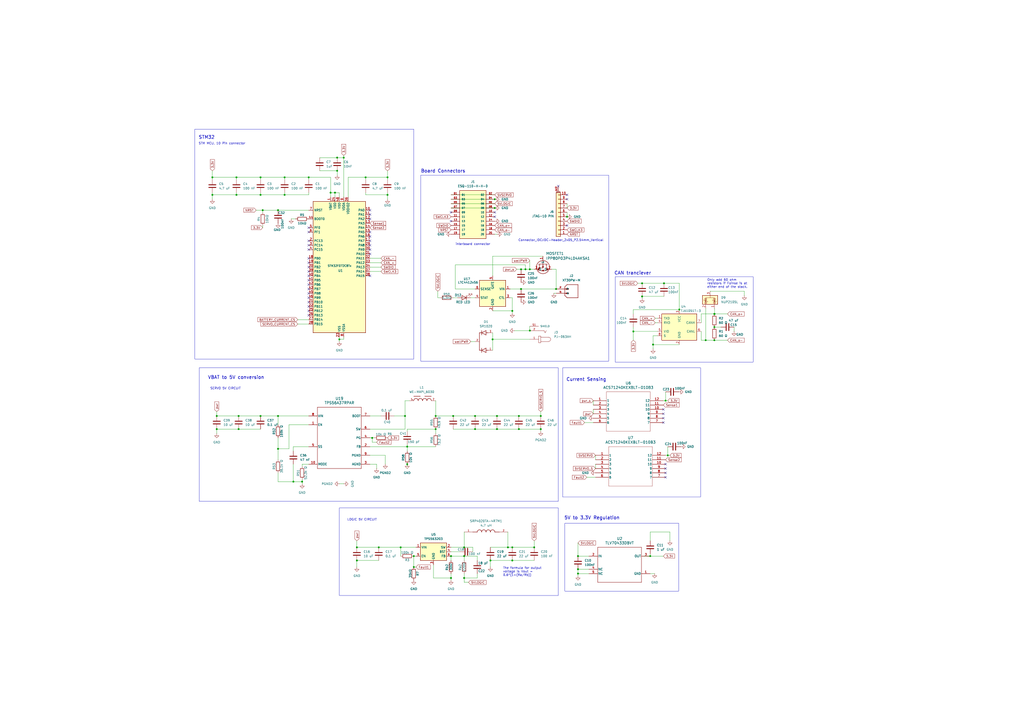
<source format=kicad_sch>
(kicad_sch (version 20250114) (generator "eeschema") (generator_version "9.0")
  (paper "A2")
  (rectangle (start 115.57 213.36) (end 323.85 290.83))
  (rectangle (start 113.03 74.93) (end 240.03 208.28))
  (rectangle (start 196.85 294.64) (end 323.85 345.44))
  (rectangle (start 244.094 101.6) (end 353.06 209.55))
  (text "Board Connectors" (at 257.048 99.314 0) (effects (font (size 1.905 1.905) (thickness 0.254) (bold yes))))
  (text "Connector_IDC:IDC-Header_2x05_P2.54mm_Vertical" (at 325.374 139.446 0) (effects (font (size 1.27 1.27))))
  (text "5V to 3.3V Regulation" (at 343.408 300.482 0) (effects (font (size 1.905 1.905) (thickness 0.254) (bold yes))))
  (text "Current Sensing\n" (at 340.106 220.218 0) (effects (font (size 1.905 1.905) (thickness 0.254) (bold yes))))
  (text "interboard connector" (at 274.32 141.732 0) (effects (font (size 1.27 1.27))))
  (text "STM MCU, 10 Pin connector\n" (at 128.778 83.312 0) (effects (font (size 1.27 1.27))))
  (text "STM32" (at 119.888 79.756 0) (effects (font (size 1.905 1.905) (thickness 0.254) (bold yes))))
  (text "VBAT to 5V conversion" (at 136.9512 219.0478 0) (effects (font (size 1.905 1.905) (thickness 0.254) (bold yes))))
  (text "CAN tranciever\n" (at 367.03 158.496 0) (effects (font (size 1.905 1.905) (thickness 0.254) (bold yes))))
  (text "LOGIC 5V CIRCUIT" (at 210.058 301.498 0) (effects (font (size 1.27 1.27))))
  (text "SERVO 5V CIRCUIT" (at 130.8552 225.3978 0) (effects (font (size 1.27 1.27))))
  (text_box "" (at 356.87 160.5173 0) (size 80.01 49.53) (margins 0.9525 0.9525 0.9525 0.9525) (effects (font (size 1.27 1.27)) (justify left top)))
  (text_box "" (at 327.66 303.53 0) (size 66.04 39.37) (margins 0.9525 0.9525 0.9525 0.9525) (effects (font (size 1.27 1.27)) (justify left top)))
  (text_box "Only add 60 ohm resistors if Foinse is at either end of the stack." (at 409.303 160.5173 0) (size 25.4 10.16) (margins 0.9525 0.9525 0.9525 0.9525) (stroke (width -0.0001)) (effects (font (size 1.27 1.27)) (justify left top)))
  (text_box "" (at 326.39 213.36 0) (size 80.01 74.93) (margins 0.9525 0.9525 0.9525 0.9525) (effects (font (size 1.27 1.27)) (justify left top)))
  (text_box "The formula for output voltage is Vout = 0.6*(1+(Ra/Rb))" (at 290.83 327.66 0) (size 25.4 7.62) (margins 0.9525 0.9525 0.9525 0.9525) (stroke (width -0.0001)) (effects (font (size 1.27 1.27)) (justify left top)))
  (junction (at 294.64 317.5))
  (junction (at 215.9 254))
  (junction (at 300.99 248.92))
  (junction (at 261.62 335.28))
  (junction (at 195.58 91.44))
  (junction (at 161.29 241.3))
  (junction (at 252.73 248.92))
  (junction (at 191.77 111.76))
  (junction (at 196.85 196.85))
  (junction (at 207.01 317.5))
  (junction (at 304.8 156.21))
  (junction (at 151.13 241.3))
  (junction (at 179.07 102.87))
  (junction (at 372.473 171.9473))
  (junction (at 285.75 196.85))
  (junction (at 275.59 248.92))
  (junction (at 414.383 189.7273))
  (junction (at 195.58 99.06))
  (junction (at 300.99 241.3))
  (junction (at 234.95 241.3))
  (junction (at 207.01 325.12))
  (junction (at 328.93 125.73))
  (junction (at 199.39 91.44))
  (junction (at 170.18 279.4))
  (junction (at 288.29 241.3))
  (junction (at 307.34 191.77))
  (junction (at 125.73 241.3))
  (junction (at 307.34 156.21))
  (junction (at 232.41 317.5))
  (junction (at 161.29 121.92))
  (junction (at 335.28 330.2))
  (junction (at 125.73 248.92))
  (junction (at 175.26 279.4))
  (junction (at 287.02 115.57))
  (junction (at 409.3599 197.3473))
  (junction (at 262.89 241.3))
  (junction (at 302.26 156.21))
  (junction (at 151.13 102.87))
  (junction (at 165.1 102.87))
  (junction (at 288.29 248.92))
  (junction (at 275.59 241.3))
  (junction (at 224.79 113.03))
  (junction (at 297.18 325.12))
  (junction (at 322.58 167.64))
  (junction (at 138.43 241.3))
  (junction (at 165.1 113.03))
  (junction (at 137.16 113.03))
  (junction (at 151.13 113.03))
  (junction (at 261.62 322.58))
  (junction (at 386.08 232.41))
  (junction (at 194.31 111.76))
  (junction (at 378.823 199.8873))
  (junction (at 224.79 102.87))
  (junction (at 414.4825 182.1073))
  (junction (at 309.88 317.5))
  (junction (at 284.48 325.12))
  (junction (at 387.35 264.16))
  (junction (at 297.18 180.34))
  (junction (at 335.28 322.58))
  (junction (at 236.22 269.24))
  (junction (at 123.19 102.87))
  (junction (at 152.4 121.92))
  (junction (at 219.71 317.5))
  (junction (at 269.24 317.5))
  (junction (at 236.22 259.08))
  (junction (at 414.383 197.3473))
  (junction (at 252.73 241.3))
  (junction (at 367.393 192.2673))
  (junction (at 297.18 317.5))
  (junction (at 287.02 120.65))
  (junction (at 385.173 164.3273))
  (junction (at 377.19 322.58))
  (junction (at 302.26 167.64))
  (junction (at 212.09 102.87))
  (junction (at 161.29 260.35))
  (junction (at 240.03 328.93))
  (junction (at 137.16 102.87))
  (junction (at 414.383 182.1073))
  (junction (at 372.473 164.3273))
  (junction (at 313.69 248.92))
  (junction (at 269.24 335.28))
  (junction (at 138.43 248.92))
  (junction (at 394.063 179.5673))
  (junction (at 313.69 241.3))
  (junction (at 269.24 322.58))
  (junction (at 335.28 332.74))
  (junction (at 240.03 322.58))
  (junction (at 123.19 113.03))
  (no_connect (at 179.07 180.34))
  (no_connect (at 179.07 175.26))
  (no_connect (at 179.07 134.62))
  (no_connect (at 179.07 162.56))
  (no_connect (at 214.63 134.62))
  (no_connect (at 179.07 142.24))
  (no_connect (at 328.93 113.03))
  (no_connect (at 179.07 149.86))
  (no_connect (at 261.62 123.19))
  (no_connect (at 323.85 107.95))
  (no_connect (at 386.08 271.78))
  (no_connect (at 386.08 274.32))
  (no_connect (at 261.62 128.27))
  (no_connect (at 179.07 170.18))
  (no_connect (at 179.07 177.8))
  (no_connect (at 386.08 276.86))
  (no_connect (at 384.81 245.11))
  (no_connect (at 214.63 137.16))
  (no_connect (at 179.07 154.94))
  (no_connect (at 179.07 132.08))
  (no_connect (at 214.63 144.78))
  (no_connect (at 384.81 242.57))
  (no_connect (at 328.93 115.57))
  (no_connect (at 386.08 269.24))
  (no_connect (at 328.93 130.81))
  (no_connect (at 179.07 160.02))
  (no_connect (at 214.63 124.46))
  (no_connect (at 214.63 160.02))
  (no_connect (at 179.07 157.48))
  (no_connect (at 179.07 182.88))
  (no_connect (at 384.81 240.03))
  (no_connect (at 179.07 139.7))
  (no_connect (at 214.63 121.92))
  (no_connect (at 179.07 172.72))
  (no_connect (at 214.63 127))
  (no_connect (at 287.02 125.73))
  (no_connect (at 179.07 144.78))
  (no_connect (at 179.07 167.64))
  (no_connect (at 384.81 237.49))
  (no_connect (at 287.02 123.19))
  (no_connect (at 214.63 147.32))
  (no_connect (at 214.63 139.7))
  (no_connect (at 179.07 165.1))
  (no_connect (at 214.63 142.24))
  (no_connect (at 179.07 152.4))
  (wire (pts (xy 215.9 254) (xy 214.63 254)))
  (wire (pts (xy 252.73 241.3) (xy 262.89 241.3)))
  (wire (pts (xy 261.62 332.74) (xy 261.62 335.28)))
  (wire (pts (xy 299.72 156.21) (xy 302.26 156.21)))
  (wire (pts (xy 377.19 321.31) (xy 377.19 322.58)))
  (wire (pts (xy 137.16 102.87) (xy 137.16 104.14)))
  (wire (pts (xy 384.81 232.41) (xy 386.08 232.41)))
  (wire (pts (xy 201.93 102.87) (xy 201.93 114.3)))
  (wire (pts (xy 254 172.72) (xy 255.27 172.72)))
  (wire (pts (xy 234.95 232.41) (xy 234.95 241.3)))
  (wire (pts (xy 285.75 196.85) (xy 285.75 193.04)))
  (wire (pts (xy 161.29 121.92) (xy 179.07 121.92)))
  (wire (pts (xy 170.18 259.08) (xy 170.18 261.62)))
  (wire (pts (xy 261.62 320.04) (xy 266.7 320.04)))
  (wire (pts (xy 151.13 102.87) (xy 151.13 104.14)))
  (wire (pts (xy 218.44 269.24) (xy 214.63 269.24)))
  (wire (pts (xy 302.26 156.21) (xy 304.8 156.21)))
  (wire (pts (xy 214.63 264.16) (xy 223.52 264.16)))
  (wire (pts (xy 191.77 111.76) (xy 194.31 111.76)))
  (wire (pts (xy 214.63 259.08) (xy 236.22 259.08)))
  (wire (pts (xy 373.38 322.58) (xy 377.19 322.58)))
  (wire (pts (xy 320.04 156.21) (xy 322.58 156.21)))
  (wire (pts (xy 191.77 111.76) (xy 191.77 114.3)))
  (wire (pts (xy 170.18 269.24) (xy 170.18 279.4)))
  (wire (pts (xy 274.32 320.04) (xy 274.32 317.5)))
  (wire (pts (xy 387.35 264.16) (xy 388.62 264.16)))
  (wire (pts (xy 161.29 241.3) (xy 179.07 241.3)))
  (wire (pts (xy 236.22 250.19) (xy 236.22 248.92)))
  (wire (pts (xy 367.393 179.5673) (xy 394.063 179.5673)))
  (wire (pts (xy 175.26 279.4) (xy 175.26 280.67)))
  (wire (pts (xy 123.19 102.87) (xy 123.19 104.14)))
  (wire (pts (xy 199.39 91.44) (xy 195.58 91.44)))
  (wire (pts (xy 372.473 164.3273) (xy 385.173 164.3273)))
  (wire (pts (xy 224.79 113.03) (xy 224.79 111.76)))
  (wire (pts (xy 123.19 113.03) (xy 123.19 115.57)))
  (wire (pts (xy 199.39 90.17) (xy 199.39 91.44)))
  (wire (pts (xy 307.34 151.13) (xy 307.34 156.21)))
  (wire (pts (xy 284.48 325.12) (xy 284.48 328.93)))
  (wire (pts (xy 152.4 132.08) (xy 152.4 130.81)))
  (wire (pts (xy 414.383 197.3473) (xy 409.3599 197.3473)))
  (wire (pts (xy 196.85 196.85) (xy 199.39 196.85)))
  (wire (pts (xy 236.22 257.81) (xy 236.22 259.08)))
  (wire (pts (xy 212.09 102.87) (xy 201.93 102.87)))
  (wire (pts (xy 261.62 120.65) (xy 287.02 120.65)))
  (wire (pts (xy 261.62 115.57) (xy 287.02 115.57)))
  (wire (pts (xy 261.62 325.12) (xy 261.62 322.58)))
  (wire (pts (xy 345.44 269.24) (xy 345.44 271.78)))
  (wire (pts (xy 411.8999 168.91) (xy 431.8 168.91)))
  (wire (pts (xy 297.18 325.12) (xy 309.88 325.12)))
  (wire (pts (xy 367.393 192.2673) (xy 367.393 197.3473)))
  (wire (pts (xy 161.29 241.3) (xy 161.29 246.38)))
  (wire (pts (xy 369.933 164.3273) (xy 372.473 164.3273)))
  (wire (pts (xy 175.26 269.24) (xy 175.26 270.51)))
  (wire (pts (xy 214.63 149.86) (xy 220.98 149.86)))
  (wire (pts (xy 241.3 328.93) (xy 240.03 328.93)))
  (wire (pts (xy 378.823 199.8873) (xy 394.063 199.8873)))
  (wire (pts (xy 252.73 232.41) (xy 252.73 241.3)))
  (wire (pts (xy 269.24 317.5) (xy 269.24 308.61)))
  (wire (pts (xy 285.75 196.85) (xy 307.34 196.85)))
  (wire (pts (xy 261.62 118.11) (xy 287.02 118.11)))
  (wire (pts (xy 377.19 308.61) (xy 377.19 313.69)))
  (wire (pts (xy 276.86 332.74) (xy 276.86 335.28)))
  (wire (pts (xy 237.49 232.41) (xy 234.95 232.41)))
  (wire (pts (xy 194.31 111.76) (xy 196.85 111.76)))
  (wire (pts (xy 378.823 199.8873) (xy 378.823 202.4273)))
  (wire (pts (xy 297.18 172.72) (xy 297.18 180.34)))
  (wire (pts (xy 175.26 278.13) (xy 175.26 279.4)))
  (wire (pts (xy 377.19 322.58) (xy 384.81 322.58)))
  (wire (pts (xy 207.01 325.12) (xy 219.71 325.12)))
  (wire (pts (xy 236.22 270.51) (xy 236.22 269.24)))
  (wire (pts (xy 335.28 330.2) (xy 335.28 332.74)))
  (wire (pts (xy 388.62 313.69) (xy 388.62 308.61)))
  (wire (pts (xy 264.16 153.67) (xy 304.8 153.67)))
  (wire (pts (xy 285.75 148.59) (xy 314.96 148.59)))
  (wire (pts (xy 218.44 256.54) (xy 215.9 256.54)))
  (wire (pts (xy 335.28 332.74) (xy 341.63 332.74)))
  (wire (pts (xy 406.763 197.3473) (xy 409.3599 197.3473)))
  (wire (pts (xy 388.62 308.61) (xy 377.19 308.61)))
  (wire (pts (xy 300.99 241.3) (xy 313.69 241.3)))
  (wire (pts (xy 191.77 102.87) (xy 191.77 111.76)))
  (wire (pts (xy 328.93 118.11) (xy 328.93 120.65)))
  (wire (pts (xy 295.91 167.64) (xy 302.26 167.64)))
  (wire (pts (xy 138.43 241.3) (xy 151.13 241.3)))
  (wire (pts (xy 378.823 194.8073) (xy 378.823 199.8873)))
  (wire (pts (xy 152.4 123.19) (xy 152.4 121.92)))
  (wire (pts (xy 179.07 102.87) (xy 179.07 104.14)))
  (wire (pts (xy 214.63 152.4) (xy 220.98 152.4)))
  (wire (pts (xy 367.393 182.1073) (xy 367.393 179.5673)))
  (wire (pts (xy 328.93 123.19) (xy 328.93 125.73)))
  (wire (pts (xy 137.16 102.87) (xy 151.13 102.87)))
  (wire (pts (xy 217.17 254) (xy 215.9 254)))
  (wire (pts (xy 269.24 337.82) (xy 271.78 337.82)))
  (wire (pts (xy 285.75 180.34) (xy 297.18 180.34)))
  (wire (pts (xy 179.07 102.87) (xy 191.77 102.87)))
  (wire (pts (xy 380.093 187.1873) (xy 381.363 187.1873)))
  (wire (pts (xy 195.58 91.44) (xy 185.42 91.44)))
  (wire (pts (xy 125.73 248.92) (xy 138.43 248.92)))
  (wire (pts (xy 367.393 192.2673) (xy 381.363 192.2673)))
  (wire (pts (xy 335.28 332.74) (xy 335.28 334.01)))
  (wire (pts (xy 414.4825 179.011) (xy 414.4825 182.1073)))
  (wire (pts (xy 170.18 279.4) (xy 161.29 279.4)))
  (wire (pts (xy 199.39 280.67) (xy 196.85 280.67)))
  (wire (pts (xy 165.1 113.03) (xy 179.07 113.03)))
  (wire (pts (xy 151.13 241.3) (xy 161.29 241.3)))
  (wire (pts (xy 207.01 325.12) (xy 207.01 328.93)))
  (wire (pts (xy 165.1 102.87) (xy 179.07 102.87)))
  (wire (pts (xy 367.393 189.7273) (xy 367.393 192.2673)))
  (wire (pts (xy 394.063 164.3273) (xy 394.063 179.5673)))
  (wire (pts (xy 236.22 259.08) (xy 236.22 261.62)))
  (wire (pts (xy 285.75 196.85) (xy 285.75 203.2)))
  (wire (pts (xy 385.173 164.3273) (xy 394.063 164.3273)))
  (wire (pts (xy 179.07 113.03) (xy 179.07 111.76)))
  (wire (pts (xy 381.363 194.8073) (xy 378.823 194.8073)))
  (wire (pts (xy 125.73 238.76) (xy 125.73 241.3)))
  (wire (pts (xy 236.22 248.92) (xy 252.73 248.92)))
  (wire (pts (xy 284.48 325.12) (xy 297.18 325.12)))
  (wire (pts (xy 386.08 264.16) (xy 387.35 264.16)))
  (wire (pts (xy 167.64 246.38) (xy 179.07 246.38)))
  (wire (pts (xy 298.45 191.77) (xy 307.34 191.77)))
  (wire (pts (xy 275.59 248.92) (xy 288.29 248.92)))
  (wire (pts (xy 214.63 241.3) (xy 220.98 241.3)))
  (wire (pts (xy 214.63 157.48) (xy 220.98 157.48)))
  (wire (pts (xy 386.08 232.41) (xy 386.08 227.33)))
  (wire (pts (xy 273.05 198.12) (xy 275.59 198.12)))
  (wire (pts (xy 232.41 317.5) (xy 232.41 322.58)))
  (wire (pts (xy 224.79 102.87) (xy 212.09 102.87)))
  (wire (pts (xy 137.16 113.03) (xy 137.16 111.76)))
  (wire (pts (xy 236.22 259.08) (xy 252.73 259.08)))
  (wire (pts (xy 123.19 113.03) (xy 123.19 111.76)))
  (wire (pts (xy 172.72 185.42) (xy 179.07 185.42)))
  (wire (pts (xy 288.29 135.89) (xy 287.02 135.89)))
  (wire (pts (xy 224.79 113.03) (xy 224.79 115.57)))
  (wire (pts (xy 288.29 241.3) (xy 300.99 241.3)))
  (wire (pts (xy 297.18 172.72) (xy 295.91 172.72)))
  (wire (pts (xy 138.43 248.92) (xy 151.13 248.92)))
  (wire (pts (xy 431.8 168.91) (xy 431.8 171.45)))
  (wire (pts (xy 196.85 111.76) (xy 196.85 114.3)))
  (wire (pts (xy 409.3599 179.011) (xy 409.3599 197.3473)))
  (wire (pts (xy 414.383 189.7273) (xy 418.193 189.7273)))
  (wire (pts (xy 219.71 317.5) (xy 232.41 317.5)))
  (wire (pts (xy 151.13 113.03) (xy 151.13 111.76)))
  (wire (pts (xy 212.09 102.87) (xy 212.09 104.14)))
  (wire (pts (xy 372.473 171.9473) (xy 372.473 173.2173)))
  (wire (pts (xy 123.19 113.03) (xy 137.16 113.03)))
  (wire (pts (xy 151.13 113.03) (xy 165.1 113.03)))
  (wire (pts (xy 194.31 114.3) (xy 194.31 111.76)))
  (wire (pts (xy 224.79 102.87) (xy 224.79 104.14)))
  (wire (pts (xy 294.64 317.5) (xy 297.18 317.5)))
  (wire (pts (xy 234.95 241.3) (xy 234.95 248.92)))
  (wire (pts (xy 313.69 250.19) (xy 313.69 248.92)))
  (wire (pts (xy 425.813 189.7273) (xy 425.813 192.2673)))
  (wire (pts (xy 275.59 241.3) (xy 288.29 241.3)))
  (wire (pts (xy 199.39 196.85) (xy 199.39 195.58)))
  (wire (pts (xy 288.29 248.92) (xy 300.99 248.92)))
  (wire (pts (xy 251.46 327.66) (xy 251.46 335.28)))
  (wire (pts (xy 240.03 322.58) (xy 241.3 322.58)))
  (wire (pts (xy 218.44 271.78) (xy 218.44 269.24)))
  (wire (pts (xy 262.89 172.72) (xy 265.43 172.72)))
  (wire (pts (xy 304.8 153.67) (xy 304.8 156.21)))
  (wire (pts (xy 322.58 156.21) (xy 322.58 167.64)))
  (wire (pts (xy 196.85 195.58) (xy 196.85 196.85)))
  (wire (pts (xy 377.19 332.74) (xy 379.73 332.74)))
  (wire (pts (xy 123.19 102.87) (xy 137.16 102.87)))
  (wire (pts (xy 212.09 113.03) (xy 212.09 111.76)))
  (wire (pts (xy 254 168.91) (xy 254 172.72)))
  (wire (pts (xy 309.88 313.69) (xy 309.88 317.5)))
  (wire (pts (xy 335.28 314.96) (xy 335.28 322.58)))
  (wire (pts (xy 165.1 113.03) (xy 165.1 111.76)))
  (wire (pts (xy 261.62 335.28) (xy 261.62 336.55)))
  (wire (pts (xy 274.32 317.5) (xy 269.24 317.5)))
  (wire (pts (xy 297.18 317.5) (xy 309.88 317.5)))
  (wire (pts (xy 406.763 197.3473) (xy 406.763 192.2673)))
  (wire (pts (xy 161.29 260.35) (xy 161.29 266.7)))
  (wire (pts (xy 284.48 317.5) (xy 294.64 317.5)))
  (wire (pts (xy 165.1 102.87) (xy 165.1 104.14)))
  (wire (pts (xy 300.99 248.92) (xy 313.69 248.92)))
  (wire (pts (xy 234.95 248.92) (xy 214.63 248.92)))
  (wire (pts (xy 167.64 260.35) (xy 167.64 246.38)))
  (wire (pts (xy 269.24 335.28) (xy 269.24 337.82)))
  (wire (pts (xy 148.59 121.92) (xy 152.4 121.92)))
  (wire (pts (xy 411.8999 168.851) (xy 411.8999 168.91)))
  (wire (pts (xy 170.18 279.4) (xy 175.26 279.4)))
  (wire (pts (xy 161.29 254) (xy 161.29 260.35)))
  (wire (pts (xy 240.03 328.93) (xy 240.03 322.58)))
  (wire (pts (xy 269.24 322.58) (xy 276.86 322.58)))
  (wire (pts (xy 414.4825 182.1073) (xy 414.383 182.1073)))
  (wire (pts (xy 262.89 248.92) (xy 275.59 248.92)))
  (wire (pts (xy 313.69 241.3) (xy 313.69 238.76)))
  (wire (pts (xy 152.4 121.92) (xy 161.29 121.92)))
  (wire (pts (xy 339.09 245.11) (xy 344.17 245.11)))
  (wire (pts (xy 380.093 184.6473) (xy 381.363 184.6473)))
  (wire (pts (xy 294.64 308.61) (xy 294.64 317.5)))
  (wire (pts (xy 307.34 156.21) (xy 309.88 156.21)))
  (wire (pts (xy 224.79 113.03) (xy 212.09 113.03)))
  (wire (pts (xy 304.8 156.21) (xy 307.34 156.21)))
  (wire (pts (xy 269.24 332.74) (xy 269.24 335.28)))
  (wire (pts (xy 261.62 317.5) (xy 269.24 317.5)))
  (wire (pts (xy 251.46 335.28) (xy 261.62 335.28)))
  (wire (pts (xy 344.17 232.41) (xy 344.17 234.95)))
  (wire (pts (xy 232.41 317.5) (xy 241.3 317.5)))
  (wire (pts (xy 214.63 154.94) (xy 220.98 154.94)))
  (wire (pts (xy 195.58 99.06) (xy 195.58 101.6)))
  (wire (pts (xy 414.4825 182.1073) (xy 422.003 182.1073)))
  (wire (pts (xy 228.6 241.3) (xy 234.95 241.3)))
  (wire (pts (xy 285.75 160.02) (xy 285.75 148.59)))
  (wire (pts (xy 161.29 274.32) (xy 161.29 279.4)))
  (wire (pts (xy 406.763 182.1073) (xy 414.383 182.1073)))
  (wire (pts (xy 386.08 232.41) (xy 387.35 232.41)))
  (wire (pts (xy 196.85 196.85) (xy 196.85 198.12)))
  (wire (pts (xy 307.34 189.23) (xy 307.34 191.77)))
  (wire (pts (xy 125.73 241.3) (xy 138.43 241.3)))
  (wire (pts (xy 261.62 322.58) (xy 269.24 322.58)))
  (wire (pts (xy 387.35 264.16) (xy 387.35 259.08)))
  (wire (pts (xy 276.86 325.12) (xy 276.86 322.58)))
  (wire (pts (xy 207.01 317.5) (xy 219.71 317.5)))
  (wire (pts (xy 340.36 276.86) (xy 345.44 276.86)))
  (wire (pts (xy 344.17 237.49) (xy 344.17 240.03)))
  (wire (pts (xy 179.07 269.24) (xy 175.26 269.24)))
  (wire (pts (xy 123.19 99.06) (xy 123.19 102.87)))
  (wire (pts (xy 137.16 113.03) (xy 151.13 113.03)))
  (wire (pts (xy 195.58 99.06) (xy 185.42 99.06)))
  (wire (pts (xy 224.79 99.06) (xy 224.79 102.87)))
  (wire (pts (xy 264.16 167.64) (xy 264.16 153.67)))
  (wire (pts (xy 273.05 172.72) (xy 275.59 172.72)))
  (wire (pts (xy 172.72 187.96) (xy 179.07 187.96)))
  (wire (pts (xy 151.13 102.87) (xy 165.1 102.87)))
  (wire (pts (xy 199.39 91.44) (xy 199.39 114.3)))
  (wire (pts (xy 422.003 197.3473) (xy 414.383 197.3473)))
  (wire (pts (xy 269.24 335.28) (xy 276.86 335.28)))
  (wire (pts (xy 297.18 180.34) (xy 297.18 181.61)))
  (wire (pts (xy 406.763 182.1073) (xy 406.763 187.1873)))
  (wire (pts (xy 335.28 322.58) (xy 341.63 322.58)))
  (wire (pts (xy 335.28 330.2) (xy 341.63 330.2)))
  (wire (pts (xy 275.59 167.64) (xy 264.16 167.64)))
  (wire (pts (xy 223.52 264.16) (xy 223.52 269.24)))
  (wire (pts (xy 215.9 256.54) (xy 215.9 254)))
  (wire (pts (xy 125.73 248.92) (xy 125.73 251.46)))
  (wire (pts (xy 302.26 167.64) (xy 322.58 167.64)))
  (wire (pts (xy 269.24 322.58) (xy 269.24 325.12)))
  (wire (pts (xy 345.44 264.16) (xy 345.44 266.7)))
  (wire (pts (xy 261.62 113.03) (xy 287.02 113.03)))
  (wire (pts (xy 414.4825 179.011) (xy 414.4399 179.011)))
  (wire (pts (xy 372.473 171.9473) (xy 385.173 171.9473)))
  (wire (pts (xy 262.89 241.3) (xy 275.59 241.3)))
  (wire (pts (xy 321.31 170.18) (xy 322.58 170.18)))
  (wire (pts (xy 252.73 248.92) (xy 252.73 251.46)))
  (wire (pts (xy 168.91 127) (xy 171.45 127)))
  (wire (pts (xy 161.29 260.35) (xy 167.64 260.35)))
  (wire (pts (xy 207.01 313.69) (xy 207.01 317.5)))
  (wire (pts (xy 179.07 259.08) (xy 170.18 259.08)))
  (global_label "Fault1" (shape input) (at 241.3 328.93 0) (property "Intersheetrefs" "${INTERSHEET_REFS}" (effects (hide yes))))
  (global_label "NRST" (shape input) (at 328.93 135.89 0) (property "Intersheetrefs" "${INTERSHEET_REFS}" (effects (hide yes))))
  (global_label "5VLOGIC" (shape input) (at 335.28 314.96 0) (property "Intersheetrefs" "${INTERSHEET_REFS}" (effects (hide yes))))
  (global_label "CAN_-" (shape input) (at 220.98 149.86 0) (property "Intersheetrefs" "${INTERSHEET_REFS}" (effects (hide yes))))
  (global_label "NRST" (shape input) (at 261.62 133.35 180) (property "Intersheetrefs" "${INTERSHEET_REFS}" (effects (hide yes))))
  (global_label "5VLOGIC" (shape input) (at 254 168.91 90) (property "Intersheetrefs" "${INTERSHEET_REFS}" (effects (hide yes))))
  (global_label "SWCLK3" (shape input) (at 220.98 157.48 0) (property "Intersheetrefs" "${INTERSHEET_REFS}" (effects (hide yes))))
  (global_label "3.3V" (shape input) (at 384.81 322.58 0) (property "Intersheetrefs" "${INTERSHEET_REFS}" (effects (hide yes))))
  (global_label "wallPWR" (shape input) (at 307.34 151.13 180) (property "Intersheetrefs" "${INTERSHEET_REFS}" (effects (hide yes))))
  (global_label "5VSERVO" (shape input) (at 287.02 113.03 0) (property "Intersheetrefs" "${INTERSHEET_REFS}" (effects (hide yes))))
  (global_label "Sense1" (shape input) (at 384.81 234.95 0) (property "Intersheetrefs" "${INTERSHEET_REFS}" (effects (hide yes))))
  (global_label "CAN_o+" (shape input) (at 422.003 182.1073 0) (property "Intersheetrefs" "${INTERSHEET_REFS}" (effects (hide yes))))
  (global_label "pwr" (shape input) (at 344.17 240.03 180) (property "Intersheetrefs" "${INTERSHEET_REFS}" (effects (hide yes))))
  (global_label "3.3V" (shape input) (at 123.19 99.06 90) (property "Intersheetrefs" "${INTERSHEET_REFS}" (effects (hide yes))))
  (global_label "CAN_+" (shape input) (at 380.093 184.6473 180) (property "Intersheetrefs" "${INTERSHEET_REFS}" (effects (hide yes))))
  (global_label "Sense2" (shape input) (at 386.08 266.7 0) (property "Intersheetrefs" "${INTERSHEET_REFS}" (effects (hide yes))))
  (global_label "Sense2" (shape input) (at 214.63 132.08 0) (property "Intersheetrefs" "${INTERSHEET_REFS}" (effects (hide yes))))
  (global_label "3.3V" (shape input) (at 224.79 99.06 90) (property "Intersheetrefs" "${INTERSHEET_REFS}" (effects (hide yes))))
  (global_label "pwr_s" (shape input) (at 299.72 156.21 180) (property "Intersheetrefs" "${INTERSHEET_REFS}" (effects (hide yes))))
  (global_label "NRST" (shape input) (at 148.59 121.92 180) (property "Intersheetrefs" "${INTERSHEET_REFS}" (effects (hide yes))))
  (global_label "SWCLK3" (shape input) (at 261.62 125.73 180) (property "Intersheetrefs" "${INTERSHEET_REFS}" (effects (hide yes))))
  (global_label "5VSERVO" (shape input) (at 345.44 264.16 180) (property "Intersheetrefs" "${INTERSHEET_REFS}" (effects (hide yes))))
  (global_label "CAN_o-" (shape input) (at 287.02 133.35 0) (property "Intersheetrefs" "${INTERSHEET_REFS}" (effects (hide yes))))
  (global_label "5VLOGIC" (shape input) (at 271.78 337.82 0) (property "Intersheetrefs" "${INTERSHEET_REFS}" (effects (hide yes))))
  (global_label "pwr_s" (shape input) (at 344.17 232.41 180) (property "Intersheetrefs" "${INTERSHEET_REFS}" (effects (hide yes))))
  (global_label "Fault1" (shape input) (at 339.09 245.11 180) (property "Intersheetrefs" "${INTERSHEET_REFS}" (effects (hide yes))))
  (global_label "pwr" (shape input) (at 125.73 238.76 90) (property "Intersheetrefs" "${INTERSHEET_REFS}" (effects (hide yes))))
  (global_label "3.3V" (shape input) (at 152.4 132.08 180) (property "Intersheetrefs" "${INTERSHEET_REFS}" (effects (hide yes))))
  (global_label "Fault2" (shape input) (at 218.44 256.54 0) (property "Intersheetrefs" "${INTERSHEET_REFS}" (effects (hide yes))))
  (global_label "5VLOGIC" (shape input) (at 369.933 164.3273 180) (property "Intersheetrefs" "${INTERSHEET_REFS}" (effects (hide yes))))
  (global_label "SWDIO" (shape input) (at 220.98 154.94 0) (property "Intersheetrefs" "${INTERSHEET_REFS}" (effects (hide yes))))
  (global_label "SERVO_CURRENT_CS" (shape input) (at 172.72 187.96 180) (property "Intersheetrefs" "${INTERSHEET_REFS}" (effects (hide yes))))
  (global_label "5VSERVO_S" (shape input) (at 345.44 271.78 180) (property "Intersheetrefs" "${INTERSHEET_REFS}" (effects (hide yes))))
  (global_label "5VLOGIC" (shape input) (at 287.02 118.11 0) (property "Intersheetrefs" "${INTERSHEET_REFS}" (effects (hide yes))))
  (global_label "SWDIO" (shape input) (at 261.62 130.81 180) (property "Intersheetrefs" "${INTERSHEET_REFS}" (effects (hide yes))))
  (global_label "CAN_-" (shape input) (at 380.093 187.1873 180) (property "Intersheetrefs" "${INTERSHEET_REFS}" (effects (hide yes))))
  (global_label "3.3V" (shape input) (at 387.35 232.41 0) (property "Intersheetrefs" "${INTERSHEET_REFS}" (effects (hide yes))))
  (global_label "3.3V" (shape input) (at 328.93 120.65 0) (property "Intersheetrefs" "${INTERSHEET_REFS}" (effects (hide yes))))
  (global_label "SWDIO" (shape input) (at 328.93 128.27 0) (property "Intersheetrefs" "${INTERSHEET_REFS}" (effects (hide yes))))
  (global_label "SWCLK3" (shape input) (at 328.93 133.35 0) (property "Intersheetrefs" "${INTERSHEET_REFS}" (effects (hide yes))))
  (global_label "3.3V" (shape input) (at 388.62 264.16 0) (property "Intersheetrefs" "${INTERSHEET_REFS}" (effects (hide yes))))
  (global_label "5VLOGIC" (shape input) (at 309.88 313.69 90) (property "Intersheetrefs" "${INTERSHEET_REFS}" (effects (hide yes))))
  (global_label "BATTERY_CURRENT_CS" (shape input) (at 172.72 185.42 180) (property "Intersheetrefs" "${INTERSHEET_REFS}" (effects (hide yes))))
  (global_label "CAN_o+" (shape input) (at 287.02 130.81 0) (property "Intersheetrefs" "${INTERSHEET_REFS}" (effects (hide yes))))
  (global_label "Sense1" (shape input) (at 214.63 129.54 0) (property "Intersheetrefs" "${INTERSHEET_REFS}" (effects (hide yes))))
  (global_label "3.3V" (shape input) (at 199.39 90.17 90) (property "Intersheetrefs" "${INTERSHEET_REFS}" (effects (hide yes))))
  (global_label "3.3V" (shape input) (at 367.393 197.3473 270) (property "Intersheetrefs" "${INTERSHEET_REFS}" (effects (hide yes))))
  (global_label "wallPWR" (shape input) (at 273.05 198.12 180) (property "Intersheetrefs" "${INTERSHEET_REFS}" (effects (hide yes))))
  (global_label "pwr" (shape input) (at 207.01 313.69 90) (property "Intersheetrefs" "${INTERSHEET_REFS}" (effects (hide yes))))
  (global_label "CAN_o-" (shape input) (at 422.003 197.3473 0) (property "Intersheetrefs" "${INTERSHEET_REFS}" (effects (hide yes))))
  (global_label "CAN_+" (shape input) (at 220.98 152.4 0) (property "Intersheetrefs" "${INTERSHEET_REFS}" (effects (hide yes))))
  (global_label "5VSERVO_S" (shape input) (at 313.69 238.76 90) (property "Intersheetrefs" "${INTERSHEET_REFS}" (effects (hide yes))))
  (global_label "3.3V" (shape input) (at 224.79 254 0) (property "Intersheetrefs" "${INTERSHEET_REFS}" (effects (hide yes))))
  (global_label "Fault2" (shape input) (at 340.36 276.86 180) (property "Intersheetrefs" "${INTERSHEET_REFS}" (effects (hide yes))))
  (symbol (lib_id "power:GND") (at 236.22 269.24 0) (unit 1)
    (property "Reference" "#PWR050" (effects (hide yes)))
    (property "Value" "GND" (at 236.22 274.32 0))
    (property "Description" "Power symbol creates a global label with name \"GND\" , ground" (effects (hide yes)))
  )
  (symbol (lib_id "power:GND") (at 335.28 334.01 0) (unit 1)
    (property "Reference" "#PWR05" (effects (hide yes)))
    (property "Value" "GND" (at 335.28 339.09 0))
    (property "Description" "Power symbol creates a global label with name \"GND\" , ground" (effects (hide yes)))
  )
  (symbol (lib_id "power:GND") (at 287.02 115.57 90) (unit 1)
    (property "Reference" "#PWR052" (effects (hide yes)))
    (property "Value" "GND" (at 290.83 115.5699 90) (effects (justify right)))
    (property "Description" "Power symbol creates a global label with name \"GND\" , ground" (effects (hide yes)))
  )
  (symbol (lib_id "power:GND") (at 161.29 129.54 0) (unit 1)
    (property "Reference" "#PWR057" (effects (hide yes)))
    (property "Value" "GND" (at 162.814 133.35 0) (effects (justify right)))
    (property "Description" "Power symbol creates a global label with name \"GND\" , ground" (effects (hide yes)))
  )
  (symbol (lib_id "SRP4020TA-4R7M:SRP4020TA-4R7M") (at 281.94 308.61 0) (unit 1)
    (property "Reference" "SRP4020TA-4R7M1" (at 281.94 302.26 0))
    (property "Value" "4.7 uH" (at 281.94 304.8 0))
    (property "Footprint" "Foinse Footprints:IND_SRP4020TA-4R7M" (effects (hide yes)))
    (property "MANUFACTURER" "Bourns" (effects (hide yes)))
    (property "STANDARD" "Manufacturer Recommendation" (effects (hide yes)))
  )
  (symbol (lib_id "Device:C") (at 161.29 125.73 0) (unit 1)
    (property "Reference" "C32" (at 163.322 123.444 0))
    (property "Value" "100nF" (at 163.83 129.794 90))
    (property "Footprint" "Capacitor_SMD:C_0402_1005Metric" (effects (hide yes)))
    (property "Description" "Unpolarized capacitor" (effects (hide yes)))
  )
  (symbol (lib_id "Device:C") (at 335.28 326.39 0) (unit 1)
    (property "Reference" "C10" (at 339.09 325.1199 0) (effects (justify left)))
    (property "Value" "100nF" (at 339.09 327.6599 0) (effects (justify left)))
    (property "Footprint" "Capacitor_SMD:C_0402_1005Metric" (effects (hide yes)))
    (property "Description" "Unpolarized capacitor" (effects (hide yes)))
  )
  (symbol (lib_id "power:GND") (at 313.69 250.19 0) (unit 1)
    (property "Reference" "#PWR051" (effects (hide yes)))
    (property "Value" "PGND2" (at 313.69 255.27 0))
    (property "Description" "Power symbol creates a global label with name \"GND\" , ground" (effects (hide yes)))
  )
  (symbol (lib_id "power:GND") (at 379.73 332.74 0) (unit 1)
    (property "Reference" "#PWR07" (effects (hide yes)))
    (property "Value" "GND" (at 379.73 337.82 0))
    (property "Description" "Power symbol creates a global label with name \"GND\" , ground" (effects (hide yes)))
  )
  (symbol (lib_id "Device:C") (at 389.89 227.33 270) (unit 1)
    (property "Reference" "C23" (at 386.334 225.806 90))
    (property "Value" "100nF" (at 394.462 225.298 90))
    (property "Footprint" "Capacitor_SMD:C_0402_1005Metric" (effects (hide yes)))
    (property "Description" "Unpolarized capacitor" (effects (hide yes)))
  )
  (symbol (lib_id "power:GND") (at 328.93 125.73 90) (unit 1)
    (property "Reference" "#PWR058" (effects (hide yes)))
    (property "Value" "GND" (at 332.74 125.7299 90) (effects (justify right)))
    (property "Description" "Power symbol creates a global label with name \"GND\" , ground" (effects (hide yes)))
  )
  (symbol (lib_id "power:GND") (at 218.44 271.78 0) (unit 1)
    (property "Reference" "#PWR048" (effects (hide yes)))
    (property "Value" "GND" (at 218.44 276.86 0))
    (property "Description" "Power symbol creates a global label with name \"GND\" , ground" (effects (hide yes)))
  )
  (symbol (lib_id "Device:R") (at 161.29 270.51 0) (unit 1)
    (property "Reference" "R53" (at 159.004 270.51 90))
    (property "Value" "36.1k Ω" (at 163.322 270.51 90))
    (property "Footprint" "Resistor_SMD:R_0402_1005Metric" (effects (hide yes)))
    (property "Description" "Resistor" (effects (hide yes)))
  )
  (symbol (lib_id "Device:C") (at 219.71 321.31 0) (unit 1)
    (property "Reference" "C17" (at 223.52 320.0399 0) (effects (justify left)))
    (property "Value" "0.1 uF" (at 223.52 322.5799 0) (effects (justify left)))
    (property "Footprint" "Capacitor_SMD:C_0402_1005Metric" (effects (hide yes)))
    (property "Description" "Unpolarized capacitor" (effects (hide yes)))
  )
  (symbol (lib_id "power:GND") (at 261.62 135.89 270) (unit 1)
    (property "Reference" "#PWR09" (effects (hide yes)))
    (property "Value" "GND" (at 257.81 135.8899 90) (effects (justify right)))
    (property "Description" "Power symbol creates a global label with name \"GND\" , ground" (effects (hide yes)))
  )
  (symbol (lib_id "Device:C") (at 313.69 245.11 0) (unit 1)
    (property "Reference" "C46" (at 317.5 243.84 0) (effects (justify left)))
    (property "Value" "22 uF" (at 317.5 246.38 0) (effects (justify left)))
    (property "Footprint" "Capacitor_SMD:C_0402_1005Metric" (effects (hide yes)))
    (property "Description" "Unpolarized capacitor" (effects (hide yes)))
  )
  (symbol (lib_id "power:GND") (at 302.26 175.26 90) (unit 1)
    (property "Reference" "#PWR024" (effects (hide yes)))
    (property "Value" "GND" (at 306.07 175.2599 90) (effects (justify right)))
    (property "Description" "Power symbol creates a global label with name \"GND\" , ground" (effects (hide yes)))
  )
  (symbol (lib_id "Device:C") (at 224.79 107.95 0) (unit 1)
    (property "Reference" "C9" (at 228.6 106.6799 0) (effects (justify left)))
    (property "Value" "100 nF" (at 228.6 109.2199 0) (effects (justify left)))
    (property "Footprint" "Capacitor_SMD:C_0402_1005Metric" (effects (hide yes)))
    (property "Description" "Unpolarized capacitor" (effects (hide yes)))
  )
  (symbol (lib_id "Device:R") (at 161.29 250.19 0) (unit 1)
    (property "Reference" "R52" (at 159.004 250.19 90))
    (property "Value" "169k Ω" (at 163.322 250.19 90))
    (property "Footprint" "Resistor_SMD:R_0402_1005Metric" (effects (hide yes)))
    (property "Description" "Resistor" (effects (hide yes)))
  )
  (symbol (lib_id "Device:C") (at 284.48 321.31 0) (unit 1)
    (property "Reference" "C19" (at 288.29 320.0399 0) (effects (justify left)))
    (property "Value" "22 uF" (at 288.29 322.5799 0) (effects (justify left)))
    (property "Footprint" "Capacitor_SMD:C_0402_1005Metric" (effects (hide yes)))
    (property "Description" "Unpolarized capacitor" (effects (hide yes)))
  )
  (symbol (lib_id "power:GND") (at 240.03 336.55 0) (unit 1)
    (property "Reference" "#PWR020" (effects (hide yes)))
    (property "Value" "GND" (at 240.03 341.63 0))
    (property "Description" "Power symbol creates a global label with name \"GND\" , ground" (effects (hide yes)))
  )
  (symbol (lib_id "power:GND") (at 298.45 191.77 270) (unit 1)
    (property "Reference" "#PWR011" (effects (hide yes)))
    (property "Value" "GND" (at 294.64 191.7699 90) (effects (justify right)))
    (property "Description" "Power symbol creates a global label with name \"GND\" , ground" (effects (hide yes)))
  )
  (symbol (lib_id "Device:R") (at 152.4 127 0) (unit 1)
    (property "Reference" "R4" (at 150.114 127 90))
    (property "Value" "10kΩ" (at 154.94 127 90))
    (property "Footprint" "Resistor_SMD:R_0402_1005Metric" (effects (hide yes)))
    (property "Description" "Resistor" (effects (hide yes)))
  )
  (symbol (lib_id "power:GND") (at 287.02 128.27 90) (unit 1)
    (property "Reference" "#PWR055" (effects (hide yes)))
    (property "Value" "GND" (at 290.83 128.2699 90) (effects (justify right)))
    (property "Description" "Power symbol creates a global label with name \"GND\" , ground" (effects (hide yes)))
  )
  (symbol (lib_id "Device:C") (at 391.16 259.08 270) (unit 1)
    (property "Reference" "C24" (at 387.604 257.556 90))
    (property "Value" "100nF" (at 395.732 257.048 90))
    (property "Footprint" "Capacitor_SMD:C_0402_1005Metric" (effects (hide yes)))
    (property "Description" "Unpolarized capacitor" (effects (hide yes)))
  )
  (symbol (lib_id "power:GND") (at 196.85 280.67 270) (unit 1)
    (property "Reference" "#PWR017" (effects (hide yes)))
    (property "Value" "PGND2" (at 193.04 280.6699 90) (effects (justify right)))
    (property "Description" "Power symbol creates a global label with name \"GND\" , ground" (effects (hide yes)))
  )
  (symbol (lib_id "power:GND") (at 168.91 127 0) (mirror y) (unit 1)
    (property "Reference" "#PWR08" (effects (hide yes)))
    (property "Value" "GND" (at 168.91 132.08 0))
    (property "Description" "Power symbol creates a global label with name \"GND\" , ground" (effects (hide yes)))
  )
  (symbol (lib_id "TLV70433DBVT:TLV70433DBVT") (at 359.41 327.66 0) (unit 1)
    (property "Reference" "U2" (at 359.41 312.42 0) (effects (font (size 1.524 1.524))))
    (property "Value" "TLV70433DBVT" (at 359.41 314.96 0) (effects (font (size 1.524 1.524))))
    (property "Footprint" "Foinse Footprints:DBV0005A_N" (effects (hide yes)))
    (property "Datasheet" "https://www.ti.com/lit/gpn/tlv704" (effects (hide yes)))
  )
  (symbol (lib_id "power:GND") (at 321.31 170.18 0) (unit 1)
    (property "Reference" "#PWR010" (effects (hide yes)))
    (property "Value" "GND" (at 321.31 175.26 0))
    (property "Description" "Power symbol creates a global label with name \"GND\" , ground" (effects (hide yes)))
  )
  (symbol (lib_name "ESQ-110-X-X-D_1") (lib_id "ESQ-110-X-X-D:ESQ-110-X-X-D") (at 274.32 123.19 0) (unit 1)
    (property "Reference" "J1" (at 274.32 105.41 0))
    (property "Value" "ESQ-110-X-X-D" (at 274.32 107.95 0))
    (property "Footprint" "footprints:SAMTEC_ESQ-110-14-G-D" (effects (hide yes)))
    (property "MF" "Samtec" (effects (hide yes)))
    (property "Description_1" "20 Position Elevated Socket Connector 0.100 (2.54mm) Through Hole Gold" (effects (hide yes)))
    (property "Package" "None" (effects (hide yes)))
    (property "Price" "None" (effects (hide yes)))
    (property "Check_prices" "https://www.snapeda.com/parts/ESQ-110-14-G-D-LL/Samtec/view-part/?ref=eda" (effects (hide yes)))
    (property "STANDARD" "Manufacturer Recommendations" (effects (hide yes)))
    (property "PARTREV" "NA" (effects (hide yes)))
    (property "SnapEDA_Link" "https://www.snapeda.com/parts/ESQ-110-14-G-D-LL/Samtec/view-part/?ref=snap" (effects (hide yes)))
    (property "MP" "ESQ-110-14-G-D-LL" (effects (hide yes)))
    (property "Purchase-URL" "https://www.snapeda.com/api/url_track_click_mouser/?unipart_id=3563488&manufacturer=Samtec&part_name=ESQ-110-14-G-D-LL&search_term=esq-110-14-g-d-ll" (effects (hide yes)))
    (property "Availability" "In Stock" (effects (hide yes)))
    (property "MANUFACTURER" "Samtec" (effects (hide yes)))
  )
  (symbol (lib_id "Device:R") (at 259.08 172.72 90) (unit 1)
    (property "Reference" "R50" (at 259.08 170.688 90))
    (property "Value" "3.3kΩ" (at 259.08 172.72 90))
    (property "Footprint" "Resistor_SMD:R_0402_1005Metric" (effects (hide yes)))
    (property "Description" "Resistor" (effects (hide yes)))
  )
  (symbol (lib_id "Device:C") (at 377.19 317.5 0) (unit 1)
    (property "Reference" "C11" (at 381 316.2299 0) (effects (justify left)))
    (property "Value" "1 uF" (at 381 318.7699 0) (effects (justify left)))
    (property "Footprint" "Capacitor_SMD:C_0402_1005Metric" (effects (hide yes)))
    (property "Description" "Unpolarized capacitor" (effects (hide yes)))
  )
  (symbol (lib_id "power:GND") (at 302.26 163.83 90) (unit 1)
    (property "Reference" "#PWR021" (effects (hide yes)))
    (property "Value" "GND" (at 306.07 163.8299 90) (effects (justify right)))
    (property "Description" "Power symbol creates a global label with name \"GND\" , ground" (effects (hide yes)))
  )
  (symbol (lib_id "PJ-063AH:PJ-063AH") (at 312.42 194.31 180) (unit 1)
    (property "Reference" "J3" (at 321.31 192.7605 0) (effects (justify right)))
    (property "Value" "PJ-063AH" (at 321.31 195.3005 0) (effects (justify right)))
    (property "Footprint" "footprints:CUI_PJ-063AH" (effects (hide yes)))
    (property "MF" "Same Sky" (effects (hide yes)))
    (property "Description_1" "2.0 x 6.5 mm, 8.0 A, Horizontal, Through Hole, Shielded, Kinked Pins, Dc Power Jack Connector" (effects (hide yes)))
    (property "Package" "None" (effects (hide yes)))
    (property "Price" "None" (effects (hide yes)))
    (property "Check_prices" "https://www.snapeda.com/parts/PJ-063AH/Same+Sky/view-part/?ref=eda" (effects (hide yes)))
    (property "STANDARD" "Manufacturer recommendations" (effects (hide yes)))
    (property "PARTREV" "1.02" (effects (hide yes)))
    (property "SnapEDA_Link" "https://www.snapeda.com/parts/PJ-063AH/Same+Sky/view-part/?ref=snap" (effects (hide yes)))
    (property "MP" "PJ-063AH" (effects (hide yes)))
    (property "Availability" "In Stock" (effects (hide yes)))
    (property "MANUFACTURER" "CUI INC" (effects (hide yes)))
  )
  (symbol (lib_id "power:GND") (at 425.813 192.2673 0) (unit 1)
    (property "Reference" "#PWR015" (effects (hide yes)))
    (property "Value" "GND" (at 429.115 194.0453 0))
    (property "Description" "Power symbol creates a global label with name \"GND\" , ground" (effects (hide yes)))
  )
  (symbol (lib_id "Device:C") (at 288.29 245.11 0) (unit 1)
    (property "Reference" "C44" (at 292.1 243.84 0) (effects (justify left)))
    (property "Value" "22 uF" (at 292.1 246.38 0) (effects (justify left)))
    (property "Footprint" "Capacitor_SMD:C_0402_1005Metric" (effects (hide yes)))
    (property "Description" "Unpolarized capacitor" (effects (hide yes)))
  )
  (symbol (lib_id "Device:R") (at 252.73 255.27 0) (unit 1)
    (property "Reference" "R56" (at 250.444 255.27 90))
    (property "Value" "73.2 Ω" (at 254.762 255.27 90))
    (property "Footprint" "Resistor_SMD:R_0402_1005Metric" (effects (hide yes)))
    (property "Description" "Resistor" (effects (hide yes)))
  )
  (symbol (lib_id "Device:C") (at 297.18 321.31 0) (unit 1)
    (property "Reference" "C21" (at 300.99 320.0399 0) (effects (justify left)))
    (property "Value" "22 uF" (at 300.99 322.5799 0) (effects (justify left)))
    (property "Footprint" "Capacitor_SMD:C_0402_1005Metric" (effects (hide yes)))
    (property "Description" "Unpolarized capacitor" (effects (hide yes)))
  )
  (symbol (lib_id "Device:C") (at 207.01 321.31 0) (unit 1)
    (property "Reference" "C16" (at 210.82 320.04 0) (effects (justify left)))
    (property "Value" "10 uF" (at 210.82 322.58 0) (effects (justify left)))
    (property "Footprint" "Capacitor_SMD:C_0402_1005Metric" (effects (hide yes)))
    (property "Description" "Unpolarized capacitor" (effects (hide yes)))
  )
  (symbol (lib_id "ACS71240KEXBLT:ACS71240KEXBLT-030B3") (at 344.17 232.41 0) (unit 1)
    (property "Reference" "U6" (at 364.49 222.25 0) (effects (font (size 1.524 1.524))))
    (property "Value" "ACS71240KEXBLT-010B3" (at 364.49 224.79 0) (effects (font (size 1.524 1.524))))
    (property "Footprint" "QFN12_ACS711KEXLT-31AB-T_ALM" (effects (hide yes)))
    (property "Datasheet" "ACS71240KEXBLT-010B3" (effects (hide yes)))
  )
  (symbol (lib_id "Device:C") (at 367.393 185.9173 0) (mirror x) (unit 1)
    (property "Reference" "C14" (at 363.583 184.6472 0) (effects (justify right)))
    (property "Value" "100nF" (at 363.583 187.1872 0) (effects (justify right)))
    (property "Footprint" "Capacitor_SMD:C_0402_1005Metric" (effects (hide yes)))
    (property "Description" "Unpolarized capacitor" (effects (hide yes)))
  )
  (symbol (lib_id "power:GND") (at 123.19 115.57 0) (unit 1)
    (property "Reference" "#PWR02" (effects (hide yes)))
    (property "Value" "GND" (at 123.19 120.65 0))
    (property "Description" "Power symbol creates a global label with name \"GND\" , ground" (effects (hide yes)))
  )
  (symbol (lib_id "Device:R") (at 252.73 245.11 0) (unit 1)
    (property "Reference" "R55" (at 250.444 245.11 90))
    (property "Value" "49.9 Ω" (at 254.762 245.11 90))
    (property "Footprint" "Resistor_SMD:R_0402_1005Metric" (effects (hide yes)))
    (property "Description" "Resistor" (effects (hide yes)))
  )
  (symbol (lib_id "Device:C") (at 270.51 320.04 270) (unit 1)
    (property "Reference" "C18" (at 265.43 318.77 90) (effects (justify left)))
    (property "Value" "100 nF" (at 271.78 321.31 90) (effects (justify left)))
    (property "Footprint" "Capacitor_SMD:C_0402_1005Metric" (effects (hide yes)))
    (property "Description" "Unpolarized capacitor" (effects (hide yes)))
  )
  (symbol (lib_id "Device:R") (at 175.26 127 270) (unit 1)
    (property "Reference" "R5" (at 175.26 124.714 90))
    (property "Value" "10kΩ" (at 175.26 129.54 90))
    (property "Footprint" "Resistor_SMD:R_0402_1005Metric" (effects (hide yes)))
    (property "Description" "Resistor" (effects (hide yes)))
  )
  (symbol (lib_id "Device:C") (at 151.13 245.11 0) (unit 1)
    (property "Reference" "C37" (at 154.94 243.84 0) (effects (justify left)))
    (property "Value" "0.1 uF" (at 154.94 246.38 0) (effects (justify left)))
    (property "Footprint" "Capacitor_SMD:C_0402_1005Metric" (effects (hide yes)))
    (property "Description" "Unpolarized capacitor" (effects (hide yes)))
  )
  (symbol (lib_id "Device:C") (at 125.73 245.11 0) (unit 1)
    (property "Reference" "C39" (at 129.54 243.84 0) (effects (justify left)))
    (property "Value" "10 uF" (at 129.54 246.38 0) (effects (justify left)))
    (property "Footprint" "Capacitor_SMD:C_0402_1005Metric" (effects (hide yes)))
    (property "Description" "Unpolarized capacitor" (effects (hide yes)))
  )
  (symbol (lib_id "power:GND") (at 284.48 328.93 0) (unit 1)
    (property "Reference" "#PWR018" (effects (hide yes)))
    (property "Value" "GND" (at 284.48 334.01 0))
    (property "Description" "Power symbol creates a global label with name \"GND\" , ground" (effects (hide yes)))
  )
  (symbol (lib_id "power:GND") (at 394.97 259.08 90) (unit 1)
    (property "Reference" "#PWR027" (effects (hide yes)))
    (property "Value" "GND" (at 398.526 259.08 90) (effects (justify right)))
    (property "Description" "Power symbol creates a global label with name \"GND\" , ground" (effects (hide yes)))
  )
  (symbol (lib_id "Device:R") (at 236.22 265.43 0) (unit 1)
    (property "Reference" "R58" (at 233.934 265.43 90))
    (property "Value" "10k Ω" (at 238.252 265.43 90))
    (property "Footprint" "Resistor_SMD:R_0402_1005Metric" (effects (hide yes)))
    (property "Description" "Resistor" (effects (hide yes)))
  )
  (symbol (lib_id "Device:R") (at 269.24 328.93 180) (unit 1)
    (property "Reference" "Ra2" (at 266.9088 329.0842 90))
    (property "Value" "220Ω" (at 269.1948 328.8302 90))
    (property "Footprint" "Resistor_SMD:R_0402_1005Metric" (effects (hide yes)))
    (property "Description" "Resistor" (effects (hide yes)))
  )
  (symbol (lib_id "Device:C") (at 185.42 95.25 0) (mirror y) (unit 1)
    (property "Reference" "C7" (at 189.23 93.9799 0) (effects (justify right)))
    (property "Value" "1uF" (at 189.23 96.5199 0) (effects (justify right)))
    (property "Footprint" "Capacitor_SMD:C_0402_1005Metric" (effects (hide yes)))
    (property "Description" "Unpolarized capacitor" (effects (hide yes)))
  )
  (symbol (lib_id "power:GND") (at 297.18 181.61 0) (unit 1)
    (property "Reference" "#PWR045" (effects (hide yes)))
    (property "Value" "GND" (at 297.18 186.69 0))
    (property "Description" "Power symbol creates a global label with name \"GND\" , ground" (effects (hide yes)))
  )
  (symbol (lib_id "power:GND") (at 175.26 280.67 0) (unit 1)
    (property "Reference" "#PWR046" (effects (hide yes)))
    (property "Value" "GND" (at 175.26 285.75 0))
    (property "Description" "Power symbol creates a global label with name \"GND\" , ground" (effects (hide yes)))
  )
  (symbol (lib_id "power:GND") (at 195.58 101.6 0) (mirror y) (unit 1)
    (property "Reference" "#PWR03" (effects (hide yes)))
    (property "Value" "GND" (at 195.58 106.68 0))
    (property "Description" "Power symbol creates a global label with name \"GND\" , ground" (effects (hide yes)))
  )
  (symbol (lib_id "power:GND") (at 345.44 274.32 270) (unit 1)
    (property "Reference" "#PWR026" (effects (hide yes)))
    (property "Value" "GND" (at 341.63 274.3199 90) (effects (justify right)))
    (property "Description" "Power symbol creates a global label with name \"GND\" , ground" (effects (hide yes)))
  )
  (symbol (lib_id "Device:C") (at 151.13 107.95 0) (unit 1)
    (property "Reference" "C3" (at 154.94 106.6799 0) (effects (justify left)))
    (property "Value" "100 nF" (at 154.94 109.2199 0) (effects (justify left)))
    (property "Footprint" "Capacitor_SMD:C_0402_1005Metric" (effects (hide yes)))
    (property "Description" "Unpolarized capacitor" (effects (hide yes)))
  )
  (symbol (lib_id "power:GND") (at 431.8 171.45 0) (unit 1)
    (property "Reference" "#PWR038" (effects (hide yes)))
    (property "Value" "GND" (at 431.8 176.53 0))
    (property "Description" "Power symbol creates a global label with name \"GND\" , ground" (effects (hide yes)))
  )
  (symbol (lib_id "Device:C") (at 212.09 107.95 0) (unit 1)
    (property "Reference" "C8" (at 215.9 106.6799 0) (effects (justify left)))
    (property "Value" "4.7 uF" (at 215.9 109.2199 0) (effects (justify left)))
    (property "Footprint" "Capacitor_SMD:C_0402_1005Metric" (effects (hide yes)))
    (property "Description" "Unpolarized capacitor" (effects (hide yes)))
  )
  (symbol (lib_id "Device:C") (at 385.173 168.1373 0) (unit 1)
    (property "Reference" "C13" (at 387.604 166.878 0) (effects (justify left)))
    (property "Value" "100nF" (at 387.604 169.418 0) (effects (justify left)))
    (property "Footprint" "Capacitor_SMD:C_0402_1005Metric" (effects (hide yes)))
    (property "Description" "Unpolarized capacitor" (effects (hide yes)))
  )
  (symbol (lib_id "power:GND") (at 125.73 251.46 0) (unit 1)
    (property "Reference" "#PWR047" (effects (hide yes)))
    (property "Value" "GND" (at 125.73 256.54 0))
    (property "Description" "Power symbol creates a global label with name \"GND\" , ground" (effects (hide yes)))
  )
  (symbol (lib_id "Device:C") (at 309.88 321.31 0) (unit 1)
    (property "Reference" "C20" (at 313.69 320.0399 0) (effects (justify left)))
    (property "Value" "100 nF" (at 313.69 322.5799 0) (effects (justify left)))
    (property "Footprint" "Capacitor_SMD:C_0402_1005Metric" (effects (hide yes)))
    (property "Description" "Unpolarized capacitor" (effects (hide yes)))
  )
  (symbol (lib_id "power:GND") (at 388.62 313.69 0) (unit 1)
    (property "Reference" "#PWR06" (effects (hide yes)))
    (property "Value" "GND" (at 388.62 318.77 0))
    (property "Description" "Power symbol creates a global label with name \"GND\" , ground" (effects (hide yes)))
  )
  (symbol (lib_id "Device:C") (at 123.19 107.95 0) (unit 1)
    (property "Reference" "C5" (at 127 106.6799 0) (effects (justify left)))
    (property "Value" "4.7 uF" (at 127 109.2199 0) (effects (justify left)))
    (property "Footprint" "Capacitor_SMD:C_0402_1005Metric" (effects (hide yes)))
    (property "Description" "Unpolarized capacitor" (effects (hide yes)))
  )
  (symbol (lib_id "power:GND") (at 393.7 227.33 90) (unit 1)
    (property "Reference" "#PWR023" (effects (hide yes)))
    (property "Value" "GND" (at 397.256 227.33 90) (effects (justify right)))
    (property "Description" "Power symbol creates a global label with name \"GND\" , ground" (effects (hide yes)))
  )
  (symbol (lib_id "power:GND") (at 207.01 328.93 0) (unit 1)
    (property "Reference" "#PWR016" (effects (hide yes)))
    (property "Value" "GND" (at 207.01 334.01 0))
    (property "Description" "Power symbol creates a global label with name \"GND\" , ground" (effects (hide yes)))
  )
  (symbol (lib_id "IPP80P03P4L04AKSA1:IPP80P03P4L04AKSA1") (at 314.96 148.59 270) (unit 1)
    (property "Reference" "MOSFET1" (at 316.738 147.066 90) (effects (font (size 1.524 1.524)) (justify left)))
    (property "Value" "IPP80P03P4L04AKSA1" (at 316.738 149.86 90) (effects (font (size 1.524 1.524)) (justify left)))
    (property "Footprint" "Foinse Footprints:IPP80P03P4L04AKSA1" (effects (hide yes)))
    (property "Datasheet" "https://www.infineon.com/dgdl/Infineon-I80P03P4L_04-DS-v01_01-en.pdf?fileId=db3a30431ddc9372011e07e95eb827d7" (effects (hide yes)))
  )
  (symbol (lib_id "Device:C") (at 302.26 160.02 0) (unit 1)
    (property "Reference" "C25" (at 306.07 158.75 0) (effects (justify left)))
    (property "Value" "100nf" (at 306.07 161.29 0) (effects (justify left)))
    (property "Footprint" "Capacitor_SMD:C_0402_1005Metric" (effects (hide yes)))
    (property "Description" "Unpolarized capacitor" (effects (hide yes)))
  )
  (symbol (lib_id "power:GND") (at 196.85 198.12 0) (unit 1)
    (property "Reference" "#PWR01" (effects (hide yes)))
    (property "Value" "GND" (at 196.85 203.2 0))
    (property "Description" "Power symbol creates a global label with name \"GND\" , ground" (effects (hide yes)))
  )
  (symbol (lib_id "Device:R") (at 414.383 185.9173 0) (unit 1)
    (property "Reference" "R2" (at 416.923 184.6472 0) (effects (justify left)))
    (property "Value" "60 Ω" (at 416.923 187.1872 0) (effects (justify left)))
    (property "Footprint" "Resistor_SMD:R_0402_1005Metric" (effects (hide yes)))
    (property "Description" "Resistor" (effects (hide yes)))
  )
  (symbol (lib_id "Device:C") (at 170.18 265.43 0) (unit 1)
    (property "Reference" "C36" (at 173.99 264.16 0) (effects (justify left)))
    (property "Value" "47 nF" (at 173.99 266.7 0) (effects (justify left)))
    (property "Footprint" "Capacitor_SMD:C_0402_1005Metric" (effects (hide yes)))
    (property "Description" "Unpolarized capacitor" (effects (hide yes)))
  )
  (symbol (lib_id "TPS56A37RPAR:TPS56A37RPAR") (at 179.07 241.3 0) (unit 1)
    (property "Reference" "U19" (at 196.85 231.14 0) (effects (font (size 1.524 1.524))))
    (property "Value" "TPS56A37RPAR" (at 196.85 233.68 0) (effects (font (size 1.524 1.524))))
    (property "Footprint" "Foinse Footprints:RPA0010A-MFG" (effects (hide yes)))
    (property "Datasheet" "https://www.ti.com/lit/gpn/tps56a37" (effects (hide yes)))
  )
  (symbol (lib_id "power:GND") (at 378.823 202.4273 0) (unit 1)
    (property "Reference" "#PWR013" (effects (hide yes)))
    (property "Value" "GND" (at 378.823 207.5073 0))
    (property "Description" "Power symbol creates a global label with name \"GND\" , ground" (effects (hide yes)))
  )
  (symbol (lib_id "Device:R") (at 240.03 332.74 180) (unit 1)
    (property "Reference" "R7" (at 242.316 332.74 90))
    (property "Value" "35kΩ" (at 237.998 332.74 90))
    (property "Footprint" "Resistor_SMD:R_0402_1005Metric" (effects (hide yes)))
    (property "Description" "Resistor" (effects (hide yes)))
  )
  (symbol (lib_id "Connector_Generic_MountingPin:Conn_01x10_MountingPin") (at 323.85 125.73 180) (unit 1)
    (property "Reference" "J6" (at 321.31 122.8343 0) (effects (justify left)))
    (property "Value" "JTAG-10 PIN" (at 321.31 125.3743 0) (effects (justify left)))
    (property "Footprint" "Connector_IDC:IDC-Header_2x05_P2.54mm_Vertical" (effects (hide yes)))
    (property "Description" "Generic connectable mounting pin connector, single row, 01x10, script generated (kicad-library-utils/schlib/autogen/connector/)" (effects (hide yes)))
  )
  (symbol (lib_id "Interface_CAN_LIN:TJA1051T-3") (at 394.063 189.7273 0) (unit 1)
    (property "Reference" "U4" (at 395.079 177.7893 0) (effects (justify left)))
    (property "Value" "TJA1051T-3" (at 394.825 180.3293 0) (effects (justify left)))
    (property "Footprint" "Package_SO:SOIC-8_3.9x4.9mm_P1.27mm" (effects (hide yes)))
    (property "Datasheet" "http://www.nxp.com/docs/en/data-sheet/TJA1051.pdf" (effects (hide yes)))
    (property "Description" "High-Speed CAN Transceiver, separate VIO, silent mode, SOIC-8" (effects (hide yes)))
  )
  (symbol (lib_id "Device:C") (at 300.99 245.11 0) (unit 1)
    (property "Reference" "C45" (at 304.8 243.84 0) (effects (justify left)))
    (property "Value" "22 uF" (at 304.8 246.38 0) (effects (justify left)))
    (property "Footprint" "Capacitor_SMD:C_0402_1005Metric" (effects (hide yes)))
    (property "Description" "Unpolarized capacitor" (effects (hide yes)))
  )
  (symbol (lib_id "Power_Management:LTC4412xS6") (at 285.75 170.18 0) (mirror y) (unit 1)
    (property "Reference" "U17" (at 272.796 161.798 0) (effects (justify left)))
    (property "Value" "LTC4412xS6" (at 277.368 163.83 0) (effects (justify left)))
    (property "Footprint" "Package_TO_SOT_SMD:TSOT-23-6" (effects (hide yes)))
    (property "Datasheet" "https://www.analog.com/media/en/technical-documentation/data-sheets/4412fb.pdf" (effects (hide yes)))
    (property "Description" "Low Loss PowerPath Controller, TSOT-23-6" (effects (hide yes)))
  )
  (symbol (lib_id "power:GND") (at 372.473 173.2173 0) (unit 1)
    (property "Reference" "#PWR014" (effects (hide yes)))
    (property "Value" "GND" (at 372.473 178.2973 0))
    (property "Description" "Power symbol creates a global label with name \"GND\" , ground" (effects (hide yes)))
  )
  (symbol (lib_id "Device:C") (at 165.1 107.95 0) (unit 1)
    (property "Reference" "C2" (at 168.91 106.6799 0) (effects (justify left)))
    (property "Value" "100 nF" (at 168.91 109.2199 0) (effects (justify left)))
    (property "Footprint" "Capacitor_SMD:C_0402_1005Metric" (effects (hide yes)))
    (property "Description" "Unpolarized capacitor" (effects (hide yes)))
  )
  (symbol (lib_id "Device:C") (at 236.22 254 0) (unit 1)
    (property "Reference" "C41" (at 231.902 251.46 0) (effects (justify left)))
    (property "Value" "150 pF" (at 236.474 256.286 0) (effects (justify left)))
    (property "Footprint" "Capacitor_SMD:C_0402_1005Metric" (effects (hide yes)))
    (property "Description" "Unpolarized capacitor" (effects (hide yes)))
  )
  (symbol (lib_id "power:GND") (at 199.39 280.67 90) (unit 1)
    (property "Reference" "#PWR012" (effects (hide yes)))
    (property "Value" "GND" (at 204.47 280.67 0))
    (property "Description" "Power symbol creates a global label with name \"GND\" , ground" (effects (hide yes)))
  )
  (symbol (lib_id "power:GND") (at 288.29 135.89 90) (unit 1)
    (property "Reference" "#PWR056" (effects (hide yes)))
    (property "Value" "GND" (at 292.1 135.8899 90) (effects (justify right)))
    (property "Description" "Power symbol creates a global label with name \"GND\" , ground" (effects (hide yes)))
  )
  (symbol (lib_id "WE-MAPI_6030:WE-MAPI_6030") (at 245.11 232.41 0) (unit 1)
    (property "Reference" "L1" (at 244.6655 224.79 0))
    (property "Value" "WE-MAPI_6030" (at 244.6655 227.33 0))
    (property "Footprint" "footprints:WE-MAPI_6030" (effects (hide yes)))
    (property "MF" "Wurth Electronics" (effects (hide yes)))
    (property "Description_1" "3.3 µH Shielded Wirewound Inductor 9.9 A 18.3mOhm Max Nonstandard" (effects (hide yes)))
    (property "Package" "None" (effects (hide yes)))
    (property "Price" "None" (effects (hide yes)))
    (property "SnapEDA_Link" "https://www.snapeda.com/parts/74438377033/Wurth+Electronics/view-part/?ref=snap" (effects (hide yes)))
    (property "MP" "74438377033" (effects (hide yes)))
    (property "Availability" "In Stock" (effects (hide yes)))
    (property "Check_prices" "https://www.snapeda.com/parts/74438377033/Wurth+Electronics/view-part/?ref=eda" (effects (hide yes)))
  )
  (symbol (lib_id "Device:LED") (at 269.24 172.72 180) (unit 1)
    (property "Reference" "D12" (at 267.716 171.196 0) (effects (justify left)))
    (property "Value" "RED LED" (at 272.796 175.26 0) (effects (justify left)))
    (property "Footprint" "LED_SMD:LED_0402_1005Metric" (effects (hide yes)))
    (property "Description" "Light emitting diode" (effects (hide yes)))
    (property "Sim.Pins" "1=K 2=A" (effects (hide yes)))
  )
  (symbol (lib_id "power:GND") (at 287.02 120.65 90) (unit 1)
    (property "Reference" "#PWR054" (effects (hide yes)))
    (property "Value" "GND" (at 290.83 120.6499 90) (effects (justify right)))
    (property "Description" "Power symbol creates a global label with name \"GND\" , ground" (effects (hide yes)))
  )
  (symbol (lib_id "XT30PW-M:XT30PW-M") (at 327.66 167.64 0) (mirror y) (unit 1)
    (property "Reference" "J2" (at 331.47 160.02 0))
    (property "Value" "XT30PW-M" (at 331.47 162.56 0))
    (property "Footprint" "footprints:AMASS_XT30PW-M" (effects (hide yes)))
    (property "MF" "AMASS" (effects (hide yes)))
    (property "MAXIMUM_PACKAGE_HEIGHT" "5 mm" (effects (hide yes)))
    (property "Package" "None" (effects (hide yes)))
    (property "Price" "None" (effects (hide yes)))
    (property "Check_prices" "https://www.snapeda.com/parts/XT30PW-M/AMASS/view-part/?ref=eda" (effects (hide yes)))
    (property "STANDARD" "Manufacturer Recommendations" (effects (hide yes)))
    (property "PARTREV" "1.2" (effects (hide yes)))
    (property "SnapEDA_Link" "https://www.snapeda.com/parts/XT30PW-M/AMASS/view-part/?ref=snap" (effects (hide yes)))
    (property "MP" "XT30PW-M" (effects (hide yes)))
    (property "Description_1" "Socket; DC supply; XT30; male; PIN: 2; on PCBs; THT; Colour: yellow" (effects (hide yes)))
    (property "MANUFACTURER" "Amass" (effects (hide yes)))
    (property "Availability" "In Stock" (effects (hide yes)))
    (property "SNAPEDA_PN" "XT30PW-M" (effects (hide yes)))
  )
  (symbol (lib_id "SR1020:SR1020") (at 280.67 198.12 180) (unit 1)
    (property "Reference" "D1" (at 281.94 186.69 0))
    (property "Value" "SR1020" (at 281.94 189.23 0))
    (property "Footprint" "footprints:TO254P1050X476X2020-3" (effects (hide yes)))
    (property "MF" "Taiwan Semiconductor" (effects (hide yes)))
    (property "MAXIMUM_PACKAGE_HEIGHT" "20.20mm" (effects (hide yes)))
    (property "Package" "TO-220AB-3 Taiwan Semiconductor" (effects (hide yes)))
    (property "Price" "None" (effects (hide yes)))
    (property "Check_prices" "https://www.snapeda.com/parts/SR1020/taiwan/view-part/?ref=eda" (effects (hide yes)))
    (property "STANDARD" "IPC-7351B" (effects (hide yes)))
    (property "PARTREV" "G2104" (effects (hide yes)))
    (property "SnapEDA_Link" "https://www.snapeda.com/parts/SR1020/taiwan/view-part/?ref=snap" (effects (hide yes)))
    (property "MP" "SR1020" (effects (hide yes)))
    (property "Description_1" "10A, 20V, Automotive Planar Schottky" (effects (hide yes)))
    (property "Availability" "In Stock" (effects (hide yes)))
    (property "MANUFACTURER" "Taiwan Semiconductor" (effects (hide yes)))
  )
  (symbol (lib_id "ACS71240KEXBLT:ACS71240KEXBLT-030B3") (at 345.44 264.16 0) (unit 1)
    (property "Reference" "U7" (at 365.76 254 0) (effects (font (size 1.524 1.524))))
    (property "Value" "ACS71240KEXBLT-010B3" (at 365.76 256.54 0) (effects (font (size 1.524 1.524))))
    (property "Footprint" "QFN12_ACS711KEXLT-31AB-T_ALM" (effects (hide yes)))
    (property "Datasheet" "ACS71240KEXBLT-010B3" (effects (hide yes)))
  )
  (symbol (lib_id "power:GND") (at 223.52 269.24 0) (unit 1)
    (property "Reference" "#PWR049" (effects (hide yes)))
    (property "Value" "PGND2" (at 223.52 274.32 0))
    (property "Description" "Power symbol creates a global label with name \"GND\" , ground" (effects (hide yes)))
  )
  (symbol (lib_id "Power_Protection:NUP2105L") (at 411.8999 173.931 180) (unit 1)
    (property "Reference" "D9" (at 418.2499 172.6609 0) (effects (justify right)))
    (property "Value" "NUP2105L" (at 418.2499 175.2009 0) (effects (justify right)))
    (property "Footprint" "Package_TO_SOT_SMD:SOT-23" (effects (hide yes)))
    (property "Datasheet" "https://www.onsemi.com/pub_link/Collateral/NUP2105L-D.PDF" (effects (hide yes)))
    (property "Description" "Dual Line CAN Bus Protector, 24Vrwm" (effects (hide yes)))
  )
  (symbol (lib_id "Device:R") (at 220.98 254 90) (unit 1)
    (property "Reference" "R6" (at 226.06 251.714 90))
    (property "Value" "10k Ω" (at 220.98 251.968 90))
    (property "Footprint" "Resistor_SMD:R_0402_1005Metric" (effects (hide yes)))
    (property "Description" "Resistor" (effects (hide yes)))
  )
  (symbol (lib_id "Device:C") (at 422.003 189.7273 90) (mirror x) (unit 1)
    (property "Reference" "C15" (at 425.559 188.4573 90))
    (property "Value" "47 uF" (at 425.559 185.9173 90))
    (property "Footprint" "Capacitor_SMD:C_0402_1005Metric" (effects (hide yes)))
    (property "Description" "Unpolarized capacitor" (effects (hide yes)))
  )
  (symbol (lib_id "Device:R") (at 236.22 322.58 90) (unit 1)
    (property "Reference" "R3" (at 236.22 324.866 90))
    (property "Value" "100k Ω" (at 236.22 320.548 90))
    (property "Footprint" "Resistor_SMD:R_0402_1005Metric" (effects (hide yes)))
    (property "Description" "Resistor" (effects (hide yes)))
  )
  (symbol (lib_id "Device:C") (at 224.79 241.3 90) (unit 1)
    (property "Reference" "C40" (at 226.568 244.856 90) (effects (justify left)))
    (property "Value" "0.1 uF" (at 227.584 237.998 90) (effects (justify left)))
    (property "Footprint" "Capacitor_SMD:C_0402_1005Metric" (effects (hide yes)))
    (property "Description" "Unpolarized capacitor" (effects (hide yes)))
  )
  (symbol (lib_id "Device:R") (at 414.383 193.5373 0) (unit 1)
    (property "Reference" "R1" (at 416.923 192.2672 0) (effects (justify left)))
    (property "Value" "60 Ω" (at 416.923 194.8072 0) (effects (justify left)))
    (property "Footprint" "Resistor_SMD:R_0402_1005Metric" (effects (hide yes)))
    (property "Description" "Resistor" (effects (hide yes)))
  )
  (symbol (lib_id "Device:C") (at 179.07 107.95 0) (unit 1)
    (property "Reference" "C1" (at 182.88 106.6799 0) (effects (justify left)))
    (property "Value" "100 nF" (at 182.88 109.2199 0) (effects (justify left)))
    (property "Footprint" "Capacitor_SMD:C_0402_1005Metric" (effects (hide yes)))
    (property "Description" "Unpolarized capacitor" (effects (hide yes)))
  )
  (symbol (lib_id "Device:C") (at 195.58 95.25 0) (mirror y) (unit 1)
    (property "Reference" "C6" (at 199.39 93.9799 0) (effects (justify right)))
    (property "Value" "10nF" (at 199.39 96.5199 0) (effects (justify right)))
    (property "Footprint" "Capacitor_SMD:C_0402_1005Metric" (effects (hide yes)))
    (property "Description" "Unpolarized capacitor" (effects (hide yes)))
  )
  (symbol (lib_id "Device:C") (at 137.16 107.95 0) (unit 1)
    (property "Reference" "C4" (at 140.97 106.6799 0) (effects (justify left)))
    (property "Value" "100 nF" (at 140.97 109.2199 0) (effects (justify left)))
    (property "Footprint" "Capacitor_SMD:C_0402_1005Metric" (effects (hide yes)))
    (property "Description" "Unpolarized capacitor" (effects (hide yes)))
  )
  (symbol (lib_id "Device:C") (at 372.473 168.1373 0) (unit 1)
    (property "Reference" "C12" (at 376.283 166.8672 0) (effects (justify left)))
    (property "Value" "47 uF" (at 376.283 169.4072 0) (effects (justify left)))
    (property "Footprint" "Capacitor_SMD:C_0402_1005Metric" (effects (hide yes)))
    (property "Description" "Unpolarized capacitor" (effects (hide yes)))
  )
  (symbol (lib_id "Device:R") (at 261.62 328.93 180) (unit 1)
    (property "Reference" "Rb2" (at 259.2888 329.0842 90))
    (property "Value" "30Ω" (at 261.5748 328.8302 90))
    (property "Footprint" "Resistor_SMD:R_0402_1005Metric" (effects (hide yes)))
    (property "Description" "Resistor" (effects (hide yes)))
  )
  (symbol (lib_id "Device:C") (at 262.89 245.11 0) (unit 1)
    (property "Reference" "C42" (at 266.7 243.84 0) (effects (justify left)))
    (property "Value" "22 uF" (at 266.7 246.38 0) (effects (justify left)))
    (property "Footprint" "Capacitor_SMD:C_0402_1005Metric" (effects (hide yes)))
    (property "Description" "Unpolarized capacitor" (effects (hide yes)))
  )
  (symbol (lib_id "Device:C") (at 138.43 245.11 0) (unit 1)
    (property "Reference" "C38" (at 142.24 243.84 0) (effects (justify left)))
    (property "Value" "10 uF" (at 142.24 246.38 0) (effects (justify left)))
    (property "Footprint" "Capacitor_SMD:C_0402_1005Metric" (effects (hide yes)))
    (property "Description" "Unpolarized capacitor" (effects (hide yes)))
  )
  (symbol (lib_id "power:GND") (at 344.17 242.57 270) (unit 1)
    (property "Reference" "#PWR022" (effects (hide yes)))
    (property "Value" "GND" (at 340.36 242.5699 90) (effects (justify right)))
    (property "Description" "Power symbol creates a global label with name \"GND\" , ground" (effects (hide yes)))
  )
  (symbol (lib_id "Device:C") (at 302.26 171.45 0) (unit 1)
    (property "Reference" "C26" (at 306.07 170.18 0) (effects (justify left)))
    (property "Value" "100nf" (at 306.07 172.72 0) (effects (justify left)))
    (property "Footprint" "Capacitor_SMD:C_0402_1005Metric" (effects (hide yes)))
    (property "Description" "Unpolarized capacitor" (effects (hide yes)))
  )
  (symbol (lib_id "power:GND") (at 224.79 115.57 0) (mirror y) (unit 1)
    (property "Reference" "#PWR04" (effects (hide yes)))
    (property "Value" "GND" (at 224.79 119.126 0))
    (property "Description" "Power symbol creates a global label with name \"GND\" , ground" (effects (hide yes)))
  )
  (symbol (lib_id "power:GND") (at 261.62 336.55 0) (unit 1)
    (property "Reference" "#PWR019" (effects (hide yes)))
    (property "Value" "GND" (at 261.62 341.63 0))
    (property "Description" "Power symbol creates a global label with name \"GND\" , ground" (effects (hide yes)))
  )
  (symbol (lib_id "MCU_ST_STM32F0:STM32F072C8Tx") (at 196.85 154.94 0) (unit 1)
    (property "Reference" "U1" (at 196.088 156.972 0) (effects (justify left)))
    (property "Value" "STM32F072C8Tx" (at 189.992 154.178 0) (effects (font (size 1.143 1.143)) (justify left)))
    (property "Footprint" "Package_QFP:LQFP-48_7x7mm_P0.5mm" (effects (hide yes)))
    (property "Datasheet" "https://www.st.com/resource/en/datasheet/stm32f072c8.pdf" (effects (hide yes)))
    (property "Description" "STMicroelectronics Arm Cortex-M0 MCU, 64KB flash, 16KB RAM, 48 MHz, 2.0-3.6V, 37 GPIO, LQFP48" (effects (hide yes)))
  )
  (symbol (lib_id "Device:R") (at 175.26 274.32 0) (unit 1)
    (property "Reference" "R51" (at 172.974 274.32 90))
    (property "Value" "52.3k Ω" (at 177.292 274.32 90))
    (property "Footprint" "Resistor_SMD:R_0402_1005Metric" (effects (hide yes)))
    (property "Description" "Resistor" (effects (hide yes)))
  )
  (symbol (lib_id "Device:C") (at 275.59 245.11 0) (unit 1)
    (property "Reference" "C43" (at 279.4 243.84 0) (effects (justify left)))
    (property "Value" "22 uF" (at 279.4 246.38 0) (effects (justify left)))
    (property "Footprint" "Capacitor_SMD:C_0402_1005Metric" (effects (hide yes)))
    (property "Description" "Unpolarized capacitor" (effects (hide yes)))
  )
  (symbol (lib_id "Device:C") (at 276.86 328.93 0) (unit 1)
    (property "Reference" "C22" (at 277.368 331.216 0) (effects (justify left)))
    (property "Value" "18 pF" (at 277.368 326.644 0) (effects (justify left)))
    (property "Footprint" "Capacitor_SMD:C_0402_1005Metric" (effects (hide yes)))
    (property "Description" "Unpolarized capacitor" (effects (hide yes)))
  )
  (symbol (lib_id "Regulator_Switching:TPS563203") (at 251.46 320.04 0) (unit 1)
    (property "Reference" "U5" (at 251.46 310.0342 0))
    (property "Value" "TPS563203" (at 251.46 312.5742 0))
    (property "Footprint" "Package_TO_SOT_SMD:SOT-563" (effects (hide yes)))
    (property "Datasheet" "https://www.ti.com/lit/ds/symlink/tps563203.pdf" (effects (hide yes)))
    (property "Description" "3A Synchronous Step-Down Voltage Regulator, Adjustable Output Voltage, 4.2-17V Input Voltage, 0.6-7V Output Voltage, Eco mode, SOT-563" (effects (hide yes)))
  )
)
</source>
